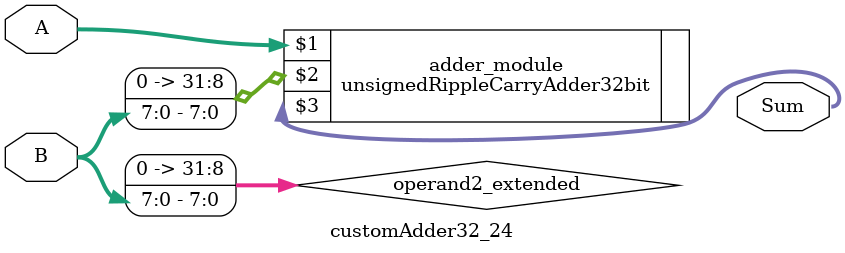
<source format=v>

module customAdder32_24(
                    input [31 : 0] A,
                    input [7 : 0] B,
                    
                    output [32 : 0] Sum
            );

    wire [31 : 0] operand2_extended;
    
    assign operand2_extended =  {24'b0, B};
    
    unsignedRippleCarryAdder32bit adder_module(
        A,
        operand2_extended,
        Sum
    );
    
endmodule
        
</source>
